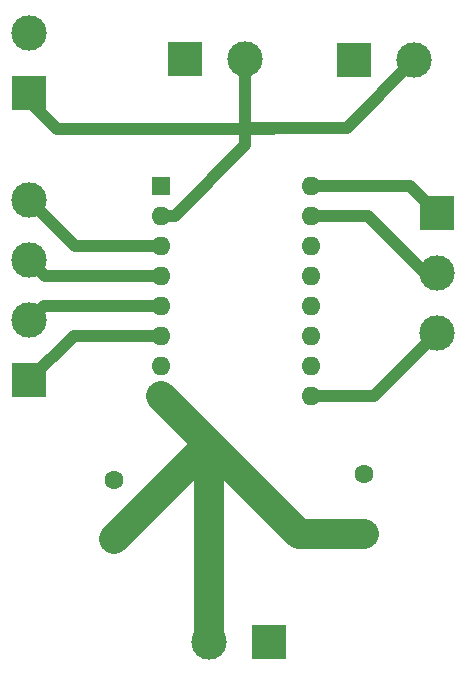
<source format=gbr>
%TF.GenerationSoftware,KiCad,Pcbnew,8.0.5*%
%TF.CreationDate,2025-02-26T19:01:25+01:00*%
%TF.ProjectId,carte 5V,63617274-6520-4355-962e-6b696361645f,rev?*%
%TF.SameCoordinates,Original*%
%TF.FileFunction,Copper,L1,Top*%
%TF.FilePolarity,Positive*%
%FSLAX46Y46*%
G04 Gerber Fmt 4.6, Leading zero omitted, Abs format (unit mm)*
G04 Created by KiCad (PCBNEW 8.0.5) date 2025-02-26 19:01:25*
%MOMM*%
%LPD*%
G01*
G04 APERTURE LIST*
%TA.AperFunction,ComponentPad*%
%ADD10R,3.000000X3.000000*%
%TD*%
%TA.AperFunction,ComponentPad*%
%ADD11C,3.000000*%
%TD*%
%TA.AperFunction,ComponentPad*%
%ADD12O,1.600000X1.600000*%
%TD*%
%TA.AperFunction,ComponentPad*%
%ADD13R,1.600000X1.600000*%
%TD*%
%TA.AperFunction,ComponentPad*%
%ADD14C,1.600000*%
%TD*%
%TA.AperFunction,Conductor*%
%ADD15C,1.000000*%
%TD*%
%TA.AperFunction,Conductor*%
%ADD16C,2.500000*%
%TD*%
%TA.AperFunction,Conductor*%
%ADD17C,0.500000*%
%TD*%
G04 APERTURE END LIST*
D10*
%TO.P,ToI2C1,1,Pin_1*%
%TO.N,GND*%
X185020000Y-59500000D03*
D11*
%TO.P,ToI2C1,2,Pin_2*%
%TO.N,+5V*%
X190100000Y-59500000D03*
%TD*%
D10*
%TO.P,ToRasp1,1,Pin_1*%
%TO.N,+5V*%
X157450000Y-62290000D03*
D11*
%TO.P,ToRasp1,2*%
%TO.N,N/C*%
X157450000Y-57210000D03*
%TD*%
%TO.P,Teensy1,3,Pin_3*%
%TO.N,Enable1*%
X192000000Y-82580000D03*
%TO.P,Teensy1,2,Pin_2*%
%TO.N,Step1*%
X192000000Y-77500000D03*
D10*
%TO.P,Teensy1,1,Pin_1*%
%TO.N,Dir1*%
X192000000Y-72420000D03*
%TD*%
D11*
%TO.P,Moteurs1,4,Pin_4*%
%TO.N,1B1*%
X157500000Y-71340000D03*
%TO.P,Moteurs1,3,Pin_3*%
%TO.N,1A1*%
X157500000Y-76420000D03*
%TO.P,Moteurs1,2,Pin_2*%
%TO.N,2A1*%
X157500000Y-81500000D03*
D10*
%TO.P,Moteurs1,1,Pin_1*%
%TO.N,2B1*%
X157500000Y-86580000D03*
%TD*%
%TO.P,FromBC5V1,1,Pin_1*%
%TO.N,GND*%
X170710000Y-59400000D03*
D11*
%TO.P,FromBC5V1,2,Pin_2*%
%TO.N,+5V*%
X175790000Y-59400000D03*
%TD*%
D12*
%TO.P,Driver1,16,DIR*%
%TO.N,Dir1*%
X181360000Y-70110000D03*
%TO.P,Driver1,15,STEP*%
%TO.N,Step1*%
X181360000Y-72650000D03*
%TO.P,Driver1,14,~{SLEEP}*%
%TO.N,unconnected-(Driver1-~{SLEEP}-Pad14)*%
X181360000Y-75190000D03*
%TO.P,Driver1,13,~{RESET}*%
%TO.N,unconnected-(Driver1-~{RESET}-Pad13)*%
X181360000Y-77730000D03*
%TO.P,Driver1,12,MS3*%
%TO.N,GND*%
X181360000Y-80270000D03*
%TO.P,Driver1,11,MS2*%
X181360000Y-82810000D03*
%TO.P,Driver1,10,MS1*%
X181360000Y-85350000D03*
%TO.P,Driver1,9,~{ENABLE}*%
%TO.N,Enable1*%
X181360000Y-87890000D03*
%TO.P,Driver1,8,VMOT*%
%TO.N,+12V*%
X168660000Y-87890000D03*
%TO.P,Driver1,7,GND*%
%TO.N,GND*%
X168660000Y-85350000D03*
%TO.P,Driver1,6,2B*%
%TO.N,2B1*%
X168660000Y-82810000D03*
%TO.P,Driver1,5,2A*%
%TO.N,2A1*%
X168660000Y-80270000D03*
%TO.P,Driver1,4,1A*%
%TO.N,1A1*%
X168660000Y-77730000D03*
%TO.P,Driver1,3,1B*%
%TO.N,1B1*%
X168660000Y-75190000D03*
%TO.P,Driver1,2,VDD*%
%TO.N,+5V*%
X168660000Y-72650000D03*
D13*
%TO.P,Driver1,1,GND*%
%TO.N,GND*%
X168660000Y-70110000D03*
%TD*%
D14*
%TO.P,C2,2*%
%TO.N,GND*%
X185800000Y-94550000D03*
%TO.P,C2,1*%
%TO.N,+12V*%
X185800000Y-99550000D03*
%TD*%
%TO.P,C1,1*%
%TO.N,+12V*%
X164650000Y-100010000D03*
%TO.P,C1,2*%
%TO.N,GND*%
X164650000Y-95010000D03*
%TD*%
D11*
%TO.P,12Vin1,2,Pin_2*%
%TO.N,+12V*%
X172710000Y-108750000D03*
D10*
%TO.P,12Vin1,1,Pin_1*%
%TO.N,GND*%
X177790000Y-108750000D03*
%TD*%
D15*
%TO.N,+5V*%
X157450000Y-62950000D02*
X157450000Y-62290000D01*
X159800000Y-65300000D02*
X157450000Y-62950000D01*
D16*
%TO.N,+12V*%
X185800000Y-99550000D02*
X180310000Y-99550000D01*
X180310000Y-99550000D02*
X172710000Y-91950000D01*
X172710000Y-91950000D02*
X172710000Y-91940000D01*
X164650000Y-100010000D02*
X172710000Y-91950000D01*
X172710000Y-91940000D02*
X168660000Y-87890000D01*
X172710000Y-108750000D02*
X172710000Y-91940000D01*
D15*
%TO.N,+5V*%
X184350000Y-65250000D02*
X190100000Y-59500000D01*
X175790000Y-65250000D02*
X184350000Y-65250000D01*
X178140000Y-65300000D02*
X159800000Y-65300000D01*
X175790000Y-65250000D02*
X175790000Y-66651370D01*
X175790000Y-59400000D02*
X175790000Y-65250000D01*
X169791370Y-72650000D02*
X168660000Y-72650000D01*
X175790000Y-66651370D02*
X169791370Y-72650000D01*
%TO.N,Enable1*%
X186690000Y-87890000D02*
X181360000Y-87890000D01*
X192000000Y-82580000D02*
X186690000Y-87890000D01*
%TO.N,Dir1*%
X189690000Y-70110000D02*
X181360000Y-70110000D01*
X192000000Y-72420000D02*
X189690000Y-70110000D01*
%TO.N,Step1*%
X191000000Y-77500000D02*
X186150000Y-72650000D01*
X186150000Y-72650000D02*
X181360000Y-72650000D01*
X192000000Y-77500000D02*
X191000000Y-77500000D01*
%TO.N,2B1*%
X161270000Y-82810000D02*
X157500000Y-86580000D01*
X168660000Y-82810000D02*
X161270000Y-82810000D01*
%TO.N,2A1*%
X158730000Y-80270000D02*
X157500000Y-81500000D01*
X168660000Y-80270000D02*
X158730000Y-80270000D01*
%TO.N,1A1*%
X158810000Y-77730000D02*
X157500000Y-76420000D01*
X168660000Y-77730000D02*
X158810000Y-77730000D01*
%TO.N,1B1*%
X161350000Y-75190000D02*
X157500000Y-71340000D01*
X168660000Y-75190000D02*
X161350000Y-75190000D01*
D17*
%TO.N,+5V*%
X157790000Y-62630000D02*
X157450000Y-62290000D01*
%TD*%
M02*

</source>
